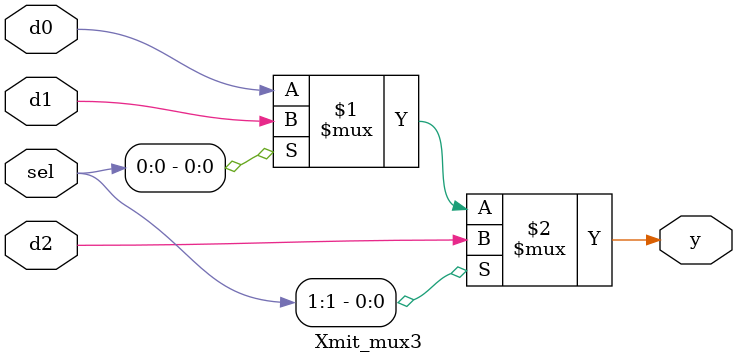
<source format=v>
module Xmit_mux3(d0,d1,d2,sel,y);

   input d0;
   input d1;
   input d2;
   input [1:0]	     sel;
   output y;   

  assign y = sel[1] ? d2 : (sel[0] ? d1 : d0); 

endmodule

</source>
